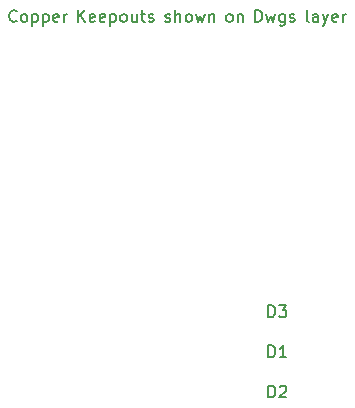
<source format=gbr>
%TF.GenerationSoftware,KiCad,Pcbnew,(7.0.0)*%
%TF.CreationDate,2023-03-17T13:32:38-05:00*%
%TF.ProjectId,adbuino,61646275-696e-46f2-9e6b-696361645f70,rev?*%
%TF.SameCoordinates,Original*%
%TF.FileFunction,Other,Comment*%
%FSLAX46Y46*%
G04 Gerber Fmt 4.6, Leading zero omitted, Abs format (unit mm)*
G04 Created by KiCad (PCBNEW (7.0.0)) date 2023-03-17 13:32:38*
%MOMM*%
%LPD*%
G01*
G04 APERTURE LIST*
%ADD10C,0.150000*%
G04 APERTURE END LIST*
D10*
%TO.C,U2*%
X10204759Y106927858D02*
X10157140Y106880239D01*
X10157140Y106880239D02*
X10014283Y106832620D01*
X10014283Y106832620D02*
X9919045Y106832620D01*
X9919045Y106832620D02*
X9776188Y106880239D01*
X9776188Y106880239D02*
X9680950Y106975477D01*
X9680950Y106975477D02*
X9633331Y107070715D01*
X9633331Y107070715D02*
X9585712Y107261191D01*
X9585712Y107261191D02*
X9585712Y107404048D01*
X9585712Y107404048D02*
X9633331Y107594524D01*
X9633331Y107594524D02*
X9680950Y107689762D01*
X9680950Y107689762D02*
X9776188Y107785000D01*
X9776188Y107785000D02*
X9919045Y107832620D01*
X9919045Y107832620D02*
X10014283Y107832620D01*
X10014283Y107832620D02*
X10157140Y107785000D01*
X10157140Y107785000D02*
X10204759Y107737381D01*
X10776188Y106832620D02*
X10680950Y106880239D01*
X10680950Y106880239D02*
X10633331Y106927858D01*
X10633331Y106927858D02*
X10585712Y107023096D01*
X10585712Y107023096D02*
X10585712Y107308810D01*
X10585712Y107308810D02*
X10633331Y107404048D01*
X10633331Y107404048D02*
X10680950Y107451667D01*
X10680950Y107451667D02*
X10776188Y107499286D01*
X10776188Y107499286D02*
X10919045Y107499286D01*
X10919045Y107499286D02*
X11014283Y107451667D01*
X11014283Y107451667D02*
X11061902Y107404048D01*
X11061902Y107404048D02*
X11109521Y107308810D01*
X11109521Y107308810D02*
X11109521Y107023096D01*
X11109521Y107023096D02*
X11061902Y106927858D01*
X11061902Y106927858D02*
X11014283Y106880239D01*
X11014283Y106880239D02*
X10919045Y106832620D01*
X10919045Y106832620D02*
X10776188Y106832620D01*
X11538093Y107499286D02*
X11538093Y106499286D01*
X11538093Y107451667D02*
X11633331Y107499286D01*
X11633331Y107499286D02*
X11823807Y107499286D01*
X11823807Y107499286D02*
X11919045Y107451667D01*
X11919045Y107451667D02*
X11966664Y107404048D01*
X11966664Y107404048D02*
X12014283Y107308810D01*
X12014283Y107308810D02*
X12014283Y107023096D01*
X12014283Y107023096D02*
X11966664Y106927858D01*
X11966664Y106927858D02*
X11919045Y106880239D01*
X11919045Y106880239D02*
X11823807Y106832620D01*
X11823807Y106832620D02*
X11633331Y106832620D01*
X11633331Y106832620D02*
X11538093Y106880239D01*
X12442855Y107499286D02*
X12442855Y106499286D01*
X12442855Y107451667D02*
X12538093Y107499286D01*
X12538093Y107499286D02*
X12728569Y107499286D01*
X12728569Y107499286D02*
X12823807Y107451667D01*
X12823807Y107451667D02*
X12871426Y107404048D01*
X12871426Y107404048D02*
X12919045Y107308810D01*
X12919045Y107308810D02*
X12919045Y107023096D01*
X12919045Y107023096D02*
X12871426Y106927858D01*
X12871426Y106927858D02*
X12823807Y106880239D01*
X12823807Y106880239D02*
X12728569Y106832620D01*
X12728569Y106832620D02*
X12538093Y106832620D01*
X12538093Y106832620D02*
X12442855Y106880239D01*
X13728569Y106880239D02*
X13633331Y106832620D01*
X13633331Y106832620D02*
X13442855Y106832620D01*
X13442855Y106832620D02*
X13347617Y106880239D01*
X13347617Y106880239D02*
X13299998Y106975477D01*
X13299998Y106975477D02*
X13299998Y107356429D01*
X13299998Y107356429D02*
X13347617Y107451667D01*
X13347617Y107451667D02*
X13442855Y107499286D01*
X13442855Y107499286D02*
X13633331Y107499286D01*
X13633331Y107499286D02*
X13728569Y107451667D01*
X13728569Y107451667D02*
X13776188Y107356429D01*
X13776188Y107356429D02*
X13776188Y107261191D01*
X13776188Y107261191D02*
X13299998Y107165953D01*
X14204760Y106832620D02*
X14204760Y107499286D01*
X14204760Y107308810D02*
X14252379Y107404048D01*
X14252379Y107404048D02*
X14299998Y107451667D01*
X14299998Y107451667D02*
X14395236Y107499286D01*
X14395236Y107499286D02*
X14490474Y107499286D01*
X15423808Y106832620D02*
X15423808Y107832620D01*
X15995236Y106832620D02*
X15566665Y107404048D01*
X15995236Y107832620D02*
X15423808Y107261191D01*
X16804760Y106880239D02*
X16709522Y106832620D01*
X16709522Y106832620D02*
X16519046Y106832620D01*
X16519046Y106832620D02*
X16423808Y106880239D01*
X16423808Y106880239D02*
X16376189Y106975477D01*
X16376189Y106975477D02*
X16376189Y107356429D01*
X16376189Y107356429D02*
X16423808Y107451667D01*
X16423808Y107451667D02*
X16519046Y107499286D01*
X16519046Y107499286D02*
X16709522Y107499286D01*
X16709522Y107499286D02*
X16804760Y107451667D01*
X16804760Y107451667D02*
X16852379Y107356429D01*
X16852379Y107356429D02*
X16852379Y107261191D01*
X16852379Y107261191D02*
X16376189Y107165953D01*
X17661903Y106880239D02*
X17566665Y106832620D01*
X17566665Y106832620D02*
X17376189Y106832620D01*
X17376189Y106832620D02*
X17280951Y106880239D01*
X17280951Y106880239D02*
X17233332Y106975477D01*
X17233332Y106975477D02*
X17233332Y107356429D01*
X17233332Y107356429D02*
X17280951Y107451667D01*
X17280951Y107451667D02*
X17376189Y107499286D01*
X17376189Y107499286D02*
X17566665Y107499286D01*
X17566665Y107499286D02*
X17661903Y107451667D01*
X17661903Y107451667D02*
X17709522Y107356429D01*
X17709522Y107356429D02*
X17709522Y107261191D01*
X17709522Y107261191D02*
X17233332Y107165953D01*
X18138094Y107499286D02*
X18138094Y106499286D01*
X18138094Y107451667D02*
X18233332Y107499286D01*
X18233332Y107499286D02*
X18423808Y107499286D01*
X18423808Y107499286D02*
X18519046Y107451667D01*
X18519046Y107451667D02*
X18566665Y107404048D01*
X18566665Y107404048D02*
X18614284Y107308810D01*
X18614284Y107308810D02*
X18614284Y107023096D01*
X18614284Y107023096D02*
X18566665Y106927858D01*
X18566665Y106927858D02*
X18519046Y106880239D01*
X18519046Y106880239D02*
X18423808Y106832620D01*
X18423808Y106832620D02*
X18233332Y106832620D01*
X18233332Y106832620D02*
X18138094Y106880239D01*
X19185713Y106832620D02*
X19090475Y106880239D01*
X19090475Y106880239D02*
X19042856Y106927858D01*
X19042856Y106927858D02*
X18995237Y107023096D01*
X18995237Y107023096D02*
X18995237Y107308810D01*
X18995237Y107308810D02*
X19042856Y107404048D01*
X19042856Y107404048D02*
X19090475Y107451667D01*
X19090475Y107451667D02*
X19185713Y107499286D01*
X19185713Y107499286D02*
X19328570Y107499286D01*
X19328570Y107499286D02*
X19423808Y107451667D01*
X19423808Y107451667D02*
X19471427Y107404048D01*
X19471427Y107404048D02*
X19519046Y107308810D01*
X19519046Y107308810D02*
X19519046Y107023096D01*
X19519046Y107023096D02*
X19471427Y106927858D01*
X19471427Y106927858D02*
X19423808Y106880239D01*
X19423808Y106880239D02*
X19328570Y106832620D01*
X19328570Y106832620D02*
X19185713Y106832620D01*
X20376189Y107499286D02*
X20376189Y106832620D01*
X19947618Y107499286D02*
X19947618Y106975477D01*
X19947618Y106975477D02*
X19995237Y106880239D01*
X19995237Y106880239D02*
X20090475Y106832620D01*
X20090475Y106832620D02*
X20233332Y106832620D01*
X20233332Y106832620D02*
X20328570Y106880239D01*
X20328570Y106880239D02*
X20376189Y106927858D01*
X20709523Y107499286D02*
X21090475Y107499286D01*
X20852380Y107832620D02*
X20852380Y106975477D01*
X20852380Y106975477D02*
X20899999Y106880239D01*
X20899999Y106880239D02*
X20995237Y106832620D01*
X20995237Y106832620D02*
X21090475Y106832620D01*
X21376190Y106880239D02*
X21471428Y106832620D01*
X21471428Y106832620D02*
X21661904Y106832620D01*
X21661904Y106832620D02*
X21757142Y106880239D01*
X21757142Y106880239D02*
X21804761Y106975477D01*
X21804761Y106975477D02*
X21804761Y107023096D01*
X21804761Y107023096D02*
X21757142Y107118334D01*
X21757142Y107118334D02*
X21661904Y107165953D01*
X21661904Y107165953D02*
X21519047Y107165953D01*
X21519047Y107165953D02*
X21423809Y107213572D01*
X21423809Y107213572D02*
X21376190Y107308810D01*
X21376190Y107308810D02*
X21376190Y107356429D01*
X21376190Y107356429D02*
X21423809Y107451667D01*
X21423809Y107451667D02*
X21519047Y107499286D01*
X21519047Y107499286D02*
X21661904Y107499286D01*
X21661904Y107499286D02*
X21757142Y107451667D01*
X22785714Y106880239D02*
X22880952Y106832620D01*
X22880952Y106832620D02*
X23071428Y106832620D01*
X23071428Y106832620D02*
X23166666Y106880239D01*
X23166666Y106880239D02*
X23214285Y106975477D01*
X23214285Y106975477D02*
X23214285Y107023096D01*
X23214285Y107023096D02*
X23166666Y107118334D01*
X23166666Y107118334D02*
X23071428Y107165953D01*
X23071428Y107165953D02*
X22928571Y107165953D01*
X22928571Y107165953D02*
X22833333Y107213572D01*
X22833333Y107213572D02*
X22785714Y107308810D01*
X22785714Y107308810D02*
X22785714Y107356429D01*
X22785714Y107356429D02*
X22833333Y107451667D01*
X22833333Y107451667D02*
X22928571Y107499286D01*
X22928571Y107499286D02*
X23071428Y107499286D01*
X23071428Y107499286D02*
X23166666Y107451667D01*
X23642857Y106832620D02*
X23642857Y107832620D01*
X24071428Y106832620D02*
X24071428Y107356429D01*
X24071428Y107356429D02*
X24023809Y107451667D01*
X24023809Y107451667D02*
X23928571Y107499286D01*
X23928571Y107499286D02*
X23785714Y107499286D01*
X23785714Y107499286D02*
X23690476Y107451667D01*
X23690476Y107451667D02*
X23642857Y107404048D01*
X24690476Y106832620D02*
X24595238Y106880239D01*
X24595238Y106880239D02*
X24547619Y106927858D01*
X24547619Y106927858D02*
X24500000Y107023096D01*
X24500000Y107023096D02*
X24500000Y107308810D01*
X24500000Y107308810D02*
X24547619Y107404048D01*
X24547619Y107404048D02*
X24595238Y107451667D01*
X24595238Y107451667D02*
X24690476Y107499286D01*
X24690476Y107499286D02*
X24833333Y107499286D01*
X24833333Y107499286D02*
X24928571Y107451667D01*
X24928571Y107451667D02*
X24976190Y107404048D01*
X24976190Y107404048D02*
X25023809Y107308810D01*
X25023809Y107308810D02*
X25023809Y107023096D01*
X25023809Y107023096D02*
X24976190Y106927858D01*
X24976190Y106927858D02*
X24928571Y106880239D01*
X24928571Y106880239D02*
X24833333Y106832620D01*
X24833333Y106832620D02*
X24690476Y106832620D01*
X25357143Y107499286D02*
X25547619Y106832620D01*
X25547619Y106832620D02*
X25738095Y107308810D01*
X25738095Y107308810D02*
X25928571Y106832620D01*
X25928571Y106832620D02*
X26119047Y107499286D01*
X26500000Y107499286D02*
X26500000Y106832620D01*
X26500000Y107404048D02*
X26547619Y107451667D01*
X26547619Y107451667D02*
X26642857Y107499286D01*
X26642857Y107499286D02*
X26785714Y107499286D01*
X26785714Y107499286D02*
X26880952Y107451667D01*
X26880952Y107451667D02*
X26928571Y107356429D01*
X26928571Y107356429D02*
X26928571Y106832620D01*
X28147619Y106832620D02*
X28052381Y106880239D01*
X28052381Y106880239D02*
X28004762Y106927858D01*
X28004762Y106927858D02*
X27957143Y107023096D01*
X27957143Y107023096D02*
X27957143Y107308810D01*
X27957143Y107308810D02*
X28004762Y107404048D01*
X28004762Y107404048D02*
X28052381Y107451667D01*
X28052381Y107451667D02*
X28147619Y107499286D01*
X28147619Y107499286D02*
X28290476Y107499286D01*
X28290476Y107499286D02*
X28385714Y107451667D01*
X28385714Y107451667D02*
X28433333Y107404048D01*
X28433333Y107404048D02*
X28480952Y107308810D01*
X28480952Y107308810D02*
X28480952Y107023096D01*
X28480952Y107023096D02*
X28433333Y106927858D01*
X28433333Y106927858D02*
X28385714Y106880239D01*
X28385714Y106880239D02*
X28290476Y106832620D01*
X28290476Y106832620D02*
X28147619Y106832620D01*
X28909524Y107499286D02*
X28909524Y106832620D01*
X28909524Y107404048D02*
X28957143Y107451667D01*
X28957143Y107451667D02*
X29052381Y107499286D01*
X29052381Y107499286D02*
X29195238Y107499286D01*
X29195238Y107499286D02*
X29290476Y107451667D01*
X29290476Y107451667D02*
X29338095Y107356429D01*
X29338095Y107356429D02*
X29338095Y106832620D01*
X30414286Y106832620D02*
X30414286Y107832620D01*
X30414286Y107832620D02*
X30652381Y107832620D01*
X30652381Y107832620D02*
X30795238Y107785000D01*
X30795238Y107785000D02*
X30890476Y107689762D01*
X30890476Y107689762D02*
X30938095Y107594524D01*
X30938095Y107594524D02*
X30985714Y107404048D01*
X30985714Y107404048D02*
X30985714Y107261191D01*
X30985714Y107261191D02*
X30938095Y107070715D01*
X30938095Y107070715D02*
X30890476Y106975477D01*
X30890476Y106975477D02*
X30795238Y106880239D01*
X30795238Y106880239D02*
X30652381Y106832620D01*
X30652381Y106832620D02*
X30414286Y106832620D01*
X31319048Y107499286D02*
X31509524Y106832620D01*
X31509524Y106832620D02*
X31700000Y107308810D01*
X31700000Y107308810D02*
X31890476Y106832620D01*
X31890476Y106832620D02*
X32080952Y107499286D01*
X32890476Y107499286D02*
X32890476Y106689762D01*
X32890476Y106689762D02*
X32842857Y106594524D01*
X32842857Y106594524D02*
X32795238Y106546905D01*
X32795238Y106546905D02*
X32700000Y106499286D01*
X32700000Y106499286D02*
X32557143Y106499286D01*
X32557143Y106499286D02*
X32461905Y106546905D01*
X32890476Y106880239D02*
X32795238Y106832620D01*
X32795238Y106832620D02*
X32604762Y106832620D01*
X32604762Y106832620D02*
X32509524Y106880239D01*
X32509524Y106880239D02*
X32461905Y106927858D01*
X32461905Y106927858D02*
X32414286Y107023096D01*
X32414286Y107023096D02*
X32414286Y107308810D01*
X32414286Y107308810D02*
X32461905Y107404048D01*
X32461905Y107404048D02*
X32509524Y107451667D01*
X32509524Y107451667D02*
X32604762Y107499286D01*
X32604762Y107499286D02*
X32795238Y107499286D01*
X32795238Y107499286D02*
X32890476Y107451667D01*
X33319048Y106880239D02*
X33414286Y106832620D01*
X33414286Y106832620D02*
X33604762Y106832620D01*
X33604762Y106832620D02*
X33700000Y106880239D01*
X33700000Y106880239D02*
X33747619Y106975477D01*
X33747619Y106975477D02*
X33747619Y107023096D01*
X33747619Y107023096D02*
X33700000Y107118334D01*
X33700000Y107118334D02*
X33604762Y107165953D01*
X33604762Y107165953D02*
X33461905Y107165953D01*
X33461905Y107165953D02*
X33366667Y107213572D01*
X33366667Y107213572D02*
X33319048Y107308810D01*
X33319048Y107308810D02*
X33319048Y107356429D01*
X33319048Y107356429D02*
X33366667Y107451667D01*
X33366667Y107451667D02*
X33461905Y107499286D01*
X33461905Y107499286D02*
X33604762Y107499286D01*
X33604762Y107499286D02*
X33700000Y107451667D01*
X34919048Y106832620D02*
X34823810Y106880239D01*
X34823810Y106880239D02*
X34776191Y106975477D01*
X34776191Y106975477D02*
X34776191Y107832620D01*
X35728572Y106832620D02*
X35728572Y107356429D01*
X35728572Y107356429D02*
X35680953Y107451667D01*
X35680953Y107451667D02*
X35585715Y107499286D01*
X35585715Y107499286D02*
X35395239Y107499286D01*
X35395239Y107499286D02*
X35300001Y107451667D01*
X35728572Y106880239D02*
X35633334Y106832620D01*
X35633334Y106832620D02*
X35395239Y106832620D01*
X35395239Y106832620D02*
X35300001Y106880239D01*
X35300001Y106880239D02*
X35252382Y106975477D01*
X35252382Y106975477D02*
X35252382Y107070715D01*
X35252382Y107070715D02*
X35300001Y107165953D01*
X35300001Y107165953D02*
X35395239Y107213572D01*
X35395239Y107213572D02*
X35633334Y107213572D01*
X35633334Y107213572D02*
X35728572Y107261191D01*
X36109525Y107499286D02*
X36347620Y106832620D01*
X36585715Y107499286D02*
X36347620Y106832620D01*
X36347620Y106832620D02*
X36252382Y106594524D01*
X36252382Y106594524D02*
X36204763Y106546905D01*
X36204763Y106546905D02*
X36109525Y106499286D01*
X37347620Y106880239D02*
X37252382Y106832620D01*
X37252382Y106832620D02*
X37061906Y106832620D01*
X37061906Y106832620D02*
X36966668Y106880239D01*
X36966668Y106880239D02*
X36919049Y106975477D01*
X36919049Y106975477D02*
X36919049Y107356429D01*
X36919049Y107356429D02*
X36966668Y107451667D01*
X36966668Y107451667D02*
X37061906Y107499286D01*
X37061906Y107499286D02*
X37252382Y107499286D01*
X37252382Y107499286D02*
X37347620Y107451667D01*
X37347620Y107451667D02*
X37395239Y107356429D01*
X37395239Y107356429D02*
X37395239Y107261191D01*
X37395239Y107261191D02*
X36919049Y107165953D01*
X37823811Y106832620D02*
X37823811Y107499286D01*
X37823811Y107308810D02*
X37871430Y107404048D01*
X37871430Y107404048D02*
X37919049Y107451667D01*
X37919049Y107451667D02*
X38014287Y107499286D01*
X38014287Y107499286D02*
X38109525Y107499286D01*
%TO.C,D1*%
X31524405Y78433870D02*
X31524405Y79433870D01*
X31524405Y79433870D02*
X31762500Y79433870D01*
X31762500Y79433870D02*
X31905357Y79386250D01*
X31905357Y79386250D02*
X32000595Y79291012D01*
X32000595Y79291012D02*
X32048214Y79195774D01*
X32048214Y79195774D02*
X32095833Y79005298D01*
X32095833Y79005298D02*
X32095833Y78862441D01*
X32095833Y78862441D02*
X32048214Y78671965D01*
X32048214Y78671965D02*
X32000595Y78576727D01*
X32000595Y78576727D02*
X31905357Y78481489D01*
X31905357Y78481489D02*
X31762500Y78433870D01*
X31762500Y78433870D02*
X31524405Y78433870D01*
X33048214Y78433870D02*
X32476786Y78433870D01*
X32762500Y78433870D02*
X32762500Y79433870D01*
X32762500Y79433870D02*
X32667262Y79291012D01*
X32667262Y79291012D02*
X32572024Y79195774D01*
X32572024Y79195774D02*
X32476786Y79148155D01*
%TO.C,D3*%
X31524405Y81832620D02*
X31524405Y82832620D01*
X31524405Y82832620D02*
X31762500Y82832620D01*
X31762500Y82832620D02*
X31905357Y82785000D01*
X31905357Y82785000D02*
X32000595Y82689762D01*
X32000595Y82689762D02*
X32048214Y82594524D01*
X32048214Y82594524D02*
X32095833Y82404048D01*
X32095833Y82404048D02*
X32095833Y82261191D01*
X32095833Y82261191D02*
X32048214Y82070715D01*
X32048214Y82070715D02*
X32000595Y81975477D01*
X32000595Y81975477D02*
X31905357Y81880239D01*
X31905357Y81880239D02*
X31762500Y81832620D01*
X31762500Y81832620D02*
X31524405Y81832620D01*
X32429167Y82832620D02*
X33048214Y82832620D01*
X33048214Y82832620D02*
X32714881Y82451667D01*
X32714881Y82451667D02*
X32857738Y82451667D01*
X32857738Y82451667D02*
X32952976Y82404048D01*
X32952976Y82404048D02*
X33000595Y82356429D01*
X33000595Y82356429D02*
X33048214Y82261191D01*
X33048214Y82261191D02*
X33048214Y82023096D01*
X33048214Y82023096D02*
X33000595Y81927858D01*
X33000595Y81927858D02*
X32952976Y81880239D01*
X32952976Y81880239D02*
X32857738Y81832620D01*
X32857738Y81832620D02*
X32572024Y81832620D01*
X32572024Y81832620D02*
X32476786Y81880239D01*
X32476786Y81880239D02*
X32429167Y81927858D01*
%TO.C,D2*%
X31524405Y75035120D02*
X31524405Y76035120D01*
X31524405Y76035120D02*
X31762500Y76035120D01*
X31762500Y76035120D02*
X31905357Y75987500D01*
X31905357Y75987500D02*
X32000595Y75892262D01*
X32000595Y75892262D02*
X32048214Y75797024D01*
X32048214Y75797024D02*
X32095833Y75606548D01*
X32095833Y75606548D02*
X32095833Y75463691D01*
X32095833Y75463691D02*
X32048214Y75273215D01*
X32048214Y75273215D02*
X32000595Y75177977D01*
X32000595Y75177977D02*
X31905357Y75082739D01*
X31905357Y75082739D02*
X31762500Y75035120D01*
X31762500Y75035120D02*
X31524405Y75035120D01*
X32476786Y75939881D02*
X32524405Y75987500D01*
X32524405Y75987500D02*
X32619643Y76035120D01*
X32619643Y76035120D02*
X32857738Y76035120D01*
X32857738Y76035120D02*
X32952976Y75987500D01*
X32952976Y75987500D02*
X33000595Y75939881D01*
X33000595Y75939881D02*
X33048214Y75844643D01*
X33048214Y75844643D02*
X33048214Y75749405D01*
X33048214Y75749405D02*
X33000595Y75606548D01*
X33000595Y75606548D02*
X32429167Y75035120D01*
X32429167Y75035120D02*
X33048214Y75035120D01*
%TD*%
M02*

</source>
